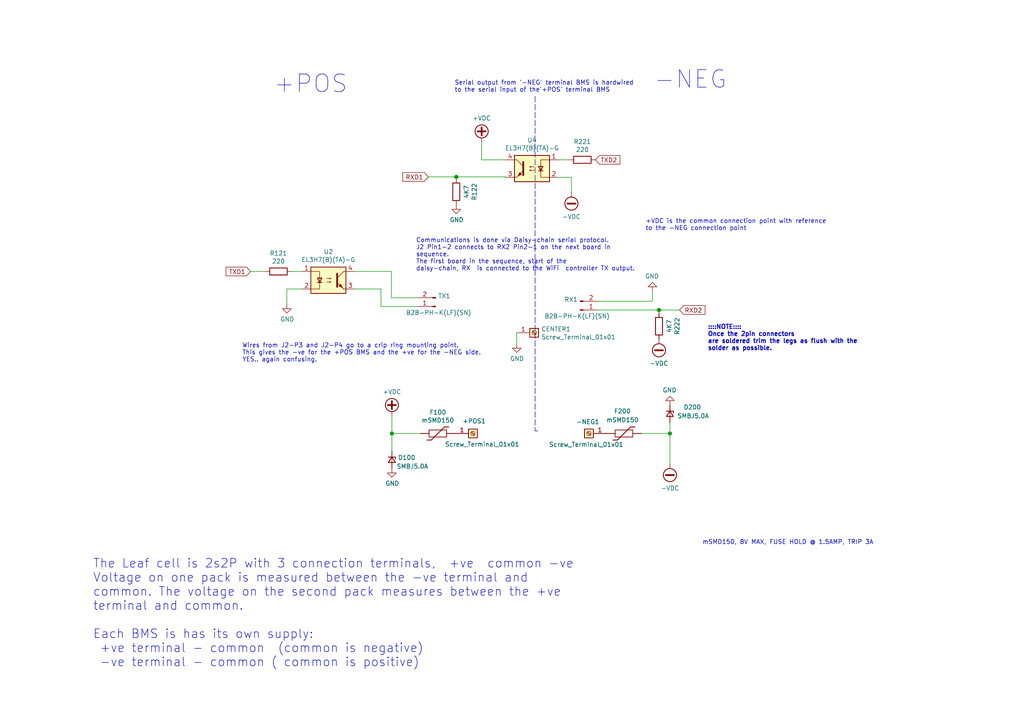
<source format=kicad_sch>
(kicad_sch (version 20210126) (generator eeschema)

  (paper "A4")

  (title_block
    (title "diyBMSv4 - LEAF")
    (date "2021-03-10")
    (rev "2.01")
    (company "Joho Technology Inc")
  )

  (lib_symbols
    (symbol "Device:D_Zener_Small" (pin_numbers hide) (pin_names (offset 0.254) hide) (in_bom yes) (on_board yes)
      (property "Reference" "D" (id 0) (at 0 2.286 0)
        (effects (font (size 1.27 1.27)))
      )
      (property "Value" "D_Zener_Small" (id 1) (at 0 -2.286 0)
        (effects (font (size 1.27 1.27)))
      )
      (property "Footprint" "" (id 2) (at 0 0 90)
        (effects (font (size 1.27 1.27)) hide)
      )
      (property "Datasheet" "~" (id 3) (at 0 0 90)
        (effects (font (size 1.27 1.27)) hide)
      )
      (property "ki_keywords" "diode" (id 4) (at 0 0 0)
        (effects (font (size 1.27 1.27)) hide)
      )
      (property "ki_description" "Zener diode, small symbol" (id 5) (at 0 0 0)
        (effects (font (size 1.27 1.27)) hide)
      )
      (property "ki_fp_filters" "TO-???* *_Diode_* *SingleDiode* D_*" (id 6) (at 0 0 0)
        (effects (font (size 1.27 1.27)) hide)
      )
      (symbol "D_Zener_Small_0_1"
        (polyline
          (pts
            (xy 0.762 0)
            (xy -0.762 0)
          )
          (stroke (width 0)) (fill (type none))
        )
        (polyline
          (pts
            (xy -0.254 1.016)
            (xy -0.762 1.016)
            (xy -0.762 -1.016)
          )
          (stroke (width 0.254)) (fill (type none))
        )
        (polyline
          (pts
            (xy 0.762 1.016)
            (xy -0.762 0)
            (xy 0.762 -1.016)
            (xy 0.762 1.016)
          )
          (stroke (width 0.254)) (fill (type none))
        )
      )
      (symbol "D_Zener_Small_1_1"
        (pin passive line (at -2.54 0 0) (length 1.778)
          (name "K" (effects (font (size 1.27 1.27))))
          (number "1" (effects (font (size 1.27 1.27))))
        )
        (pin passive line (at 2.54 0 180) (length 1.778)
          (name "A" (effects (font (size 1.27 1.27))))
          (number "2" (effects (font (size 1.27 1.27))))
        )
      )
    )
    (symbol "Device:Thermistor" (pin_numbers hide) (pin_names (offset 0)) (in_bom yes) (on_board yes)
      (property "Reference" "TH" (id 0) (at 2.54 1.27 90)
        (effects (font (size 1.27 1.27)))
      )
      (property "Value" "Thermistor" (id 1) (at -2.54 0 90)
        (effects (font (size 1.27 1.27)) (justify bottom))
      )
      (property "Footprint" "" (id 2) (at 0 0 0)
        (effects (font (size 1.27 1.27)) hide)
      )
      (property "Datasheet" "~" (id 3) (at 0 0 0)
        (effects (font (size 1.27 1.27)) hide)
      )
      (property "ki_keywords" "R res thermistor" (id 4) (at 0 0 0)
        (effects (font (size 1.27 1.27)) hide)
      )
      (property "ki_description" "Temperature dependent resistor" (id 5) (at 0 0 0)
        (effects (font (size 1.27 1.27)) hide)
      )
      (property "ki_fp_filters" "R_*" (id 6) (at 0 0 0)
        (effects (font (size 1.27 1.27)) hide)
      )
      (symbol "Thermistor_0_1"
        (rectangle (start -1.016 2.54) (end 1.016 -2.54)
          (stroke (width 0.2032)) (fill (type none))
        )
        (polyline
          (pts
            (xy -1.905 3.175)
            (xy -1.905 1.905)
            (xy 1.905 -1.905)
            (xy 1.905 -3.175)
            (xy 1.905 -3.175)
          )
          (stroke (width 0.254)) (fill (type none))
        )
      )
      (symbol "Thermistor_1_1"
        (pin passive line (at 0 5.08 270) (length 2.54)
          (name "~" (effects (font (size 1.27 1.27))))
          (number "1" (effects (font (size 1.27 1.27))))
        )
        (pin passive line (at 0 -5.08 90) (length 2.54)
          (name "~" (effects (font (size 1.27 1.27))))
          (number "2" (effects (font (size 1.27 1.27))))
        )
      )
    )
    (symbol "diyBMS-Leaf-rescue:Conn_01x02_Male-Connector" (pin_names (offset 1.016) hide) (in_bom yes) (on_board yes)
      (property "Reference" "J" (id 0) (at 0 2.54 0)
        (effects (font (size 1.27 1.27)))
      )
      (property "Value" "Conn_01x02_Male-Connector" (id 1) (at 0 -5.08 0)
        (effects (font (size 1.27 1.27)))
      )
      (property "Footprint" "" (id 2) (at 0 0 0)
        (effects (font (size 1.27 1.27)) hide)
      )
      (property "Datasheet" "" (id 3) (at 0 0 0)
        (effects (font (size 1.27 1.27)) hide)
      )
      (property "ki_fp_filters" "Connector*:*_1x??_*" (id 4) (at 0 0 0)
        (effects (font (size 1.27 1.27)) hide)
      )
      (symbol "Conn_01x02_Male-Connector_1_1"
        (rectangle (start 0.8636 -2.413) (end 0 -2.667)
          (stroke (width 0.1524)) (fill (type outline))
        )
        (rectangle (start 0.8636 0.127) (end 0 -0.127)
          (stroke (width 0.1524)) (fill (type outline))
        )
        (polyline
          (pts
            (xy 1.27 -2.54)
            (xy 0.8636 -2.54)
          )
          (stroke (width 0.1524)) (fill (type none))
        )
        (polyline
          (pts
            (xy 1.27 0)
            (xy 0.8636 0)
          )
          (stroke (width 0.1524)) (fill (type none))
        )
        (pin passive line (at 5.08 0 180) (length 3.81)
          (name "Pin_1" (effects (font (size 1.27 1.27))))
          (number "1" (effects (font (size 1.27 1.27))))
        )
        (pin passive line (at 5.08 -2.54 180) (length 3.81)
          (name "Pin_2" (effects (font (size 1.27 1.27))))
          (number "2" (effects (font (size 1.27 1.27))))
        )
      )
    )
    (symbol "diyBMS-Leaf-rescue:PC817-Isolator" (pin_names (offset 1.016)) (in_bom yes) (on_board yes)
      (property "Reference" "U" (id 0) (at -5.08 5.08 0)
        (effects (font (size 1.27 1.27)) (justify left))
      )
      (property "Value" "PC817-Isolator" (id 1) (at 0 5.08 0)
        (effects (font (size 1.27 1.27)) (justify left))
      )
      (property "Footprint" "Package_DIP:DIP-4_W7.62mm" (id 2) (at -5.08 -5.08 0)
        (effects (font (size 1.27 1.27) italic) (justify left) hide)
      )
      (property "Datasheet" "" (id 3) (at 0 0 0)
        (effects (font (size 1.27 1.27)) (justify left) hide)
      )
      (property "ki_fp_filters" "DIP*W7.62mm*" (id 4) (at 0 0 0)
        (effects (font (size 1.27 1.27)) hide)
      )
      (symbol "PC817-Isolator_0_1"
        (rectangle (start -5.08 3.81) (end 5.08 -3.81)
          (stroke (width 0.254)) (fill (type background))
        )
        (polyline
          (pts
            (xy -3.175 -0.635)
            (xy -1.905 -0.635)
          )
          (stroke (width 0.254)) (fill (type none))
        )
        (polyline
          (pts
            (xy 2.54 0.635)
            (xy 4.445 2.54)
          )
          (stroke (width 0)) (fill (type none))
        )
        (polyline
          (pts
            (xy 4.445 -2.54)
            (xy 5.08 -2.54)
          )
          (stroke (width 0)) (fill (type none))
        )
        (polyline
          (pts
            (xy 4.445 2.54)
            (xy 5.08 2.54)
          )
          (stroke (width 0)) (fill (type none))
        )
        (polyline
          (pts
            (xy -5.08 2.54)
            (xy -2.54 2.54)
            (xy -2.54 -0.635)
          )
          (stroke (width 0)) (fill (type none))
        )
        (polyline
          (pts
            (xy -2.54 -0.635)
            (xy -2.54 -2.54)
            (xy -5.08 -2.54)
          )
          (stroke (width 0)) (fill (type none))
        )
        (polyline
          (pts
            (xy 2.54 1.905)
            (xy 2.54 -1.905)
            (xy 2.54 -1.905)
          )
          (stroke (width 0.508)) (fill (type none))
        )
        (polyline
          (pts
            (xy -2.54 -0.635)
            (xy -3.175 0.635)
            (xy -1.905 0.635)
            (xy -2.54 -0.635)
          )
          (stroke (width 0.254)) (fill (type none))
        )
        (polyline
          (pts
            (xy -0.508 -0.508)
            (xy 0.762 -0.508)
            (xy 0.381 -0.635)
            (xy 0.381 -0.381)
            (xy 0.762 -0.508)
          )
          (stroke (width 0)) (fill (type none))
        )
        (polyline
          (pts
            (xy -0.508 0.508)
            (xy 0.762 0.508)
            (xy 0.381 0.381)
            (xy 0.381 0.635)
            (xy 0.762 0.508)
          )
          (stroke (width 0)) (fill (type none))
        )
        (polyline
          (pts
            (xy 4.445 -2.54)
            (xy 2.54 -0.635)
          )
          (stroke (width 0)) (fill (type outline))
        )
        (polyline
          (pts
            (xy 3.048 -1.651)
            (xy 3.556 -1.143)
            (xy 4.064 -2.159)
            (xy 3.048 -1.651)
            (xy 3.048 -1.651)
          )
          (stroke (width 0)) (fill (type outline))
        )
      )
      (symbol "PC817-Isolator_1_1"
        (pin passive line (at -7.62 2.54 0) (length 2.54)
          (name "~" (effects (font (size 1.27 1.27))))
          (number "1" (effects (font (size 1.27 1.27))))
        )
        (pin passive line (at -7.62 -2.54 0) (length 2.54)
          (name "~" (effects (font (size 1.27 1.27))))
          (number "2" (effects (font (size 1.27 1.27))))
        )
        (pin passive line (at 7.62 -2.54 180) (length 2.54)
          (name "~" (effects (font (size 1.27 1.27))))
          (number "3" (effects (font (size 1.27 1.27))))
        )
        (pin passive line (at 7.62 2.54 180) (length 2.54)
          (name "~" (effects (font (size 1.27 1.27))))
          (number "4" (effects (font (size 1.27 1.27))))
        )
      )
    )
    (symbol "diyBMS-Leaf-rescue:R-Device" (pin_numbers hide) (pin_names (offset 0)) (in_bom yes) (on_board yes)
      (property "Reference" "R" (id 0) (at 2.032 0 90)
        (effects (font (size 1.27 1.27)))
      )
      (property "Value" "R-Device" (id 1) (at 0 0 90)
        (effects (font (size 1.27 1.27)))
      )
      (property "Footprint" "" (id 2) (at -1.778 0 90)
        (effects (font (size 1.27 1.27)) hide)
      )
      (property "Datasheet" "" (id 3) (at 0 0 0)
        (effects (font (size 1.27 1.27)) hide)
      )
      (property "ki_fp_filters" "R_*" (id 4) (at 0 0 0)
        (effects (font (size 1.27 1.27)) hide)
      )
      (symbol "R-Device_0_1"
        (rectangle (start -1.016 -2.54) (end 1.016 2.54)
          (stroke (width 0.254)) (fill (type none))
        )
      )
      (symbol "R-Device_1_1"
        (pin passive line (at 0 3.81 270) (length 1.27)
          (name "~" (effects (font (size 1.27 1.27))))
          (number "1" (effects (font (size 1.27 1.27))))
        )
        (pin passive line (at 0 -3.81 90) (length 1.27)
          (name "~" (effects (font (size 1.27 1.27))))
          (number "2" (effects (font (size 1.27 1.27))))
        )
      )
    )
    (symbol "diyBMS-Leaf-rescue:Screw_Terminal_01x01-Connector" (pin_names (offset 1.016) hide) (in_bom yes) (on_board yes)
      (property "Reference" "J" (id 0) (at 0 2.54 0)
        (effects (font (size 1.27 1.27)))
      )
      (property "Value" "Screw_Terminal_01x01-Connector" (id 1) (at 0 -2.54 0)
        (effects (font (size 1.27 1.27)))
      )
      (property "Footprint" "" (id 2) (at 0 0 0)
        (effects (font (size 1.27 1.27)) hide)
      )
      (property "Datasheet" "" (id 3) (at 0 0 0)
        (effects (font (size 1.27 1.27)) hide)
      )
      (property "ki_fp_filters" "TerminalBlock*:*" (id 4) (at 0 0 0)
        (effects (font (size 1.27 1.27)) hide)
      )
      (symbol "Screw_Terminal_01x01-Connector_1_1"
        (circle (center 0 0) (radius 0.635) (stroke (width 0.1524)) (fill (type none)))
        (rectangle (start -1.27 1.27) (end 1.27 -1.27)
          (stroke (width 0.254)) (fill (type background))
        )
        (polyline
          (pts
            (xy -0.5334 0.3302)
            (xy 0.3302 -0.508)
          )
          (stroke (width 0.1524)) (fill (type none))
        )
        (polyline
          (pts
            (xy -0.3556 0.508)
            (xy 0.508 -0.3302)
          )
          (stroke (width 0.1524)) (fill (type none))
        )
        (pin passive line (at -5.08 0 0) (length 3.81)
          (name "Pin_1" (effects (font (size 1.27 1.27))))
          (number "1" (effects (font (size 1.27 1.27))))
        )
      )
    )
    (symbol "power:+VDC" (power) (pin_names (offset 0)) (in_bom yes) (on_board yes)
      (property "Reference" "#PWR" (id 0) (at 0 -2.54 0)
        (effects (font (size 1.27 1.27)) hide)
      )
      (property "Value" "+VDC" (id 1) (at 0 6.35 0)
        (effects (font (size 1.27 1.27)))
      )
      (property "Footprint" "" (id 2) (at 0 0 0)
        (effects (font (size 1.27 1.27)) hide)
      )
      (property "Datasheet" "" (id 3) (at 0 0 0)
        (effects (font (size 1.27 1.27)) hide)
      )
      (property "ki_keywords" "power-flag" (id 4) (at 0 0 0)
        (effects (font (size 1.27 1.27)) hide)
      )
      (property "ki_description" "Power symbol creates a global label with name \"+VDC\"" (id 5) (at 0 0 0)
        (effects (font (size 1.27 1.27)) hide)
      )
      (symbol "+VDC_0_1"
        (circle (center 0 3.175) (radius 1.905) (stroke (width 0.254)) (fill (type none)))
        (polyline
          (pts
            (xy -1.143 3.175)
            (xy 1.143 3.175)
          )
          (stroke (width 0.508)) (fill (type none))
        )
        (polyline
          (pts
            (xy 0 0)
            (xy 0 1.27)
          )
          (stroke (width 0)) (fill (type none))
        )
        (polyline
          (pts
            (xy 0 2.032)
            (xy 0 4.318)
          )
          (stroke (width 0.508)) (fill (type none))
        )
      )
      (symbol "+VDC_1_1"
        (pin power_in line (at 0 0 90) (length 0) hide
          (name "+VDC" (effects (font (size 1.27 1.27))))
          (number "1" (effects (font (size 1.27 1.27))))
        )
      )
    )
    (symbol "power:-VDC" (power) (pin_names (offset 0)) (in_bom yes) (on_board yes)
      (property "Reference" "#PWR" (id 0) (at 0 -2.54 0)
        (effects (font (size 1.27 1.27)) hide)
      )
      (property "Value" "-VDC" (id 1) (at 0 6.35 0)
        (effects (font (size 1.27 1.27)))
      )
      (property "Footprint" "" (id 2) (at 0 0 0)
        (effects (font (size 1.27 1.27)) hide)
      )
      (property "Datasheet" "" (id 3) (at 0 0 0)
        (effects (font (size 1.27 1.27)) hide)
      )
      (property "ki_keywords" "power-flag" (id 4) (at 0 0 0)
        (effects (font (size 1.27 1.27)) hide)
      )
      (property "ki_description" "Power symbol creates a global label with name \"-VDC\"" (id 5) (at 0 0 0)
        (effects (font (size 1.27 1.27)) hide)
      )
      (symbol "-VDC_0_1"
        (circle (center 0 3.175) (radius 1.905) (stroke (width 0.254)) (fill (type none)))
        (polyline
          (pts
            (xy -1.143 3.175)
            (xy 1.143 3.175)
          )
          (stroke (width 0.508)) (fill (type none))
        )
        (polyline
          (pts
            (xy 0 0)
            (xy 0 1.27)
          )
          (stroke (width 0)) (fill (type none))
        )
      )
      (symbol "-VDC_1_1"
        (pin power_in line (at 0 0 90) (length 0) hide
          (name "-VDC" (effects (font (size 1.27 1.27))))
          (number "1" (effects (font (size 1.27 1.27))))
        )
      )
    )
    (symbol "power:GND" (power) (pin_names (offset 0)) (in_bom yes) (on_board yes)
      (property "Reference" "#PWR" (id 0) (at 0 -6.35 0)
        (effects (font (size 1.27 1.27)) hide)
      )
      (property "Value" "GND" (id 1) (at 0 -3.81 0)
        (effects (font (size 1.27 1.27)))
      )
      (property "Footprint" "" (id 2) (at 0 0 0)
        (effects (font (size 1.27 1.27)) hide)
      )
      (property "Datasheet" "" (id 3) (at 0 0 0)
        (effects (font (size 1.27 1.27)) hide)
      )
      (property "ki_keywords" "power-flag" (id 4) (at 0 0 0)
        (effects (font (size 1.27 1.27)) hide)
      )
      (property "ki_description" "Power symbol creates a global label with name \"GND\" , ground" (id 5) (at 0 0 0)
        (effects (font (size 1.27 1.27)) hide)
      )
      (symbol "GND_0_1"
        (polyline
          (pts
            (xy 0 0)
            (xy 0 -1.27)
            (xy 1.27 -1.27)
            (xy 0 -2.54)
            (xy -1.27 -1.27)
            (xy 0 -1.27)
          )
          (stroke (width 0)) (fill (type none))
        )
      )
      (symbol "GND_1_1"
        (pin power_in line (at 0 0 270) (length 0) hide
          (name "GND" (effects (font (size 1.27 1.27))))
          (number "1" (effects (font (size 1.27 1.27))))
        )
      )
    )
  )

  (junction (at 113.665 125.73) (diameter 1.016) (color 0 0 0 0))
  (junction (at 132.334 51.308) (diameter 1.016) (color 0 0 0 0))
  (junction (at 191.135 89.916) (diameter 1.016) (color 0 0 0 0))
  (junction (at 194.31 125.73) (diameter 1.016) (color 0 0 0 0))

  (wire (pts (xy 76.962 78.74) (xy 72.644 78.74))
    (stroke (width 0) (type solid) (color 0 0 0 0))
    (uuid cb1629e8-e04a-4dab-b198-93d874b84f85)
  )
  (wire (pts (xy 83.185 83.82) (xy 87.63 83.82))
    (stroke (width 0) (type solid) (color 0 0 0 0))
    (uuid 77587cd8-6c2e-4dfb-bdb1-a62bdd1d1ed8)
  )
  (wire (pts (xy 83.185 88.265) (xy 83.185 83.82))
    (stroke (width 0) (type solid) (color 0 0 0 0))
    (uuid f9b117bf-5bc5-4d31-9794-0a43b75c6b9c)
  )
  (wire (pts (xy 84.582 78.74) (xy 87.63 78.74))
    (stroke (width 0) (type solid) (color 0 0 0 0))
    (uuid 0e7190fc-461a-45eb-b9db-2fe258729bd2)
  )
  (wire (pts (xy 102.87 78.74) (xy 113.538 78.74))
    (stroke (width 0) (type solid) (color 0 0 0 0))
    (uuid 7ede848d-25a2-45da-bb1d-dbd9f64982fa)
  )
  (wire (pts (xy 102.87 83.82) (xy 110.49 83.82))
    (stroke (width 0) (type solid) (color 0 0 0 0))
    (uuid 31819b65-f694-4f05-bb6c-6b6ebf1182c6)
  )
  (wire (pts (xy 110.49 88.9) (xy 110.49 83.82))
    (stroke (width 0) (type solid) (color 0 0 0 0))
    (uuid e7def2d6-a25c-4f0f-aef1-7c1ec76055d2)
  )
  (wire (pts (xy 110.49 88.9) (xy 121.285 88.9))
    (stroke (width 0) (type solid) (color 0 0 0 0))
    (uuid 2087ec5a-2f4f-4549-8f53-04bf7a34569d)
  )
  (wire (pts (xy 113.538 78.74) (xy 113.538 86.36))
    (stroke (width 0) (type solid) (color 0 0 0 0))
    (uuid 13038ced-bdaa-4db3-8888-f3bd7fe10f35)
  )
  (wire (pts (xy 113.538 86.36) (xy 121.285 86.36))
    (stroke (width 0) (type solid) (color 0 0 0 0))
    (uuid 38660e32-4ef2-4a74-b369-cc1f078f68b6)
  )
  (wire (pts (xy 113.665 120.65) (xy 113.665 125.73))
    (stroke (width 0) (type solid) (color 0 0 0 0))
    (uuid 22e10d0f-eade-4b6b-82e3-a3f78ea7bd95)
  )
  (wire (pts (xy 113.665 125.73) (xy 113.665 130.81))
    (stroke (width 0) (type solid) (color 0 0 0 0))
    (uuid 3593eeed-1c40-4048-a61f-2979366bf0f6)
  )
  (wire (pts (xy 121.92 125.73) (xy 113.665 125.73))
    (stroke (width 0) (type solid) (color 0 0 0 0))
    (uuid 832dd263-4ea2-4380-a19d-05cd10d380d5)
  )
  (wire (pts (xy 124.206 51.308) (xy 132.334 51.308))
    (stroke (width 0) (type solid) (color 0 0 0 0))
    (uuid 950264f2-67a2-411c-a611-e22f92af4409)
  )
  (wire (pts (xy 132.334 51.308) (xy 146.685 51.308))
    (stroke (width 0) (type solid) (color 0 0 0 0))
    (uuid 404bf9f4-7bf4-471f-89ea-0b355b395a2f)
  )
  (wire (pts (xy 132.334 51.816) (xy 132.334 51.308))
    (stroke (width 0) (type solid) (color 0 0 0 0))
    (uuid b2887630-7974-4177-8a03-705d7a103ab1)
  )
  (wire (pts (xy 139.7 41.275) (xy 139.7 46.355))
    (stroke (width 0) (type solid) (color 0 0 0 0))
    (uuid c609c07f-be2a-4da6-a4ee-b71bdf5a445c)
  )
  (wire (pts (xy 139.7 46.355) (xy 146.685 46.355))
    (stroke (width 0) (type solid) (color 0 0 0 0))
    (uuid c609c07f-be2a-4da6-a4ee-b71bdf5a445c)
  )
  (wire (pts (xy 146.685 51.308) (xy 146.685 51.435))
    (stroke (width 0) (type solid) (color 0 0 0 0))
    (uuid 404bf9f4-7bf4-471f-89ea-0b355b395a2f)
  )
  (wire (pts (xy 149.86 96.52) (xy 149.86 99.695))
    (stroke (width 0) (type solid) (color 0 0 0 0))
    (uuid 47e4898e-490a-443a-907a-48d0b5ba770f)
  )
  (wire (pts (xy 161.925 46.355) (xy 165.1 46.355))
    (stroke (width 0) (type solid) (color 0 0 0 0))
    (uuid 8a5a5c4f-335c-42a4-af5d-994f660a20e1)
  )
  (wire (pts (xy 161.925 51.435) (xy 165.735 51.435))
    (stroke (width 0) (type solid) (color 0 0 0 0))
    (uuid 44a5682d-80be-4785-bf13-fb92f1cdf991)
  )
  (wire (pts (xy 165.735 51.435) (xy 165.735 55.88))
    (stroke (width 0) (type solid) (color 0 0 0 0))
    (uuid 44a5682d-80be-4785-bf13-fb92f1cdf991)
  )
  (wire (pts (xy 173.355 87.376) (xy 189.23 87.376))
    (stroke (width 0) (type solid) (color 0 0 0 0))
    (uuid 45ed2617-6918-443b-ab72-f877e810b54f)
  )
  (wire (pts (xy 173.355 89.916) (xy 191.135 89.916))
    (stroke (width 0) (type solid) (color 0 0 0 0))
    (uuid 539c40ae-9e99-4c2c-8388-1a4241ae121f)
  )
  (wire (pts (xy 186.055 125.73) (xy 194.31 125.73))
    (stroke (width 0) (type solid) (color 0 0 0 0))
    (uuid 8cb91776-9e60-41a3-aa5b-effdf78e5dea)
  )
  (wire (pts (xy 189.23 84.455) (xy 189.23 87.376))
    (stroke (width 0) (type solid) (color 0 0 0 0))
    (uuid 48b1772e-d7a7-4273-b1ff-576e59cae3f8)
  )
  (wire (pts (xy 191.135 89.916) (xy 191.135 90.805))
    (stroke (width 0) (type solid) (color 0 0 0 0))
    (uuid 16e12376-dcac-4c0d-aab7-ac605835557b)
  )
  (wire (pts (xy 191.135 89.916) (xy 197.104 89.916))
    (stroke (width 0) (type solid) (color 0 0 0 0))
    (uuid 539c40ae-9e99-4c2c-8388-1a4241ae121f)
  )
  (wire (pts (xy 194.31 122.555) (xy 194.31 125.73))
    (stroke (width 0) (type solid) (color 0 0 0 0))
    (uuid 143ca0cf-1302-4a05-ba67-373b2f7a4dd4)
  )
  (wire (pts (xy 194.31 125.73) (xy 194.31 134.62))
    (stroke (width 0) (type solid) (color 0 0 0 0))
    (uuid 71540311-6eef-4740-b237-a343dabcc052)
  )
  (polyline (pts (xy 155.194 27.94) (xy 155.194 124.968))
    (stroke (width 0) (type dash) (color 0 0 0 0))
    (uuid 3823224a-abf3-484a-aea0-fa4360595fd9)
  )
  (polyline (pts (xy 155.194 124.968) (xy 155.956 124.968))
    (stroke (width 0) (type dash) (color 0 0 0 0))
    (uuid 5bfdb6cc-dcd8-403f-895a-5bc04ccd894d)
  )

  (text "The Leaf cell is 2s2P with 3 connection terminals,  +ve  common -ve\nVoltage on one pack is measured between the -ve terminal and\ncommon. The voltage on the second pack measures between the +ve\nterminal and common.\n\nEach BMS is has its own supply:\n +ve terminal - common  (common is negative)\n -ve terminal - common ( common is positive)"
    (at 26.924 193.675 0)
    (effects (font (size 2.54 2.54)) (justify left bottom))
    (uuid 03ee2195-d495-4fcf-bf2c-61d70c603b4e)
  )
  (text "Wires from J2-P3 and J2-P4 go to a crip ring mounting point.\nThis gives the -ve for the +POS BMS and the +ve for the -NEG side.\nYES.. again confusing."
    (at 70.231 105.156 0)
    (effects (font (size 1.27 1.27)) (justify left bottom))
    (uuid d4027b55-a2cb-4bad-8cd7-411e9cf7f0d1)
  )
  (text "+POS" (at 79.248 27.432 0)
    (effects (font (size 5.08 5.08)) (justify left bottom))
    (uuid e265bcf5-a81c-47d7-acd6-1000c6a65e6a)
  )
  (text "Communications is done via Daisy-chain serial protocol.\nJ2 Pin1-2 connects to RX2 Pin2-1 on the next board in\nsequence.\nThe first board in the sequence, start of the\ndaisy-chain, RX  is connected to the WiFi  controller TX output."
    (at 120.65 78.74 0)
    (effects (font (size 1.27 1.27)) (justify left bottom))
    (uuid 7b3672e7-fe28-4493-8e63-9af8bc943133)
  )
  (text "Serial output from '-NEG' terminal BMS is hardwired\nto the serial input of the'+POS' terminal BMS"
    (at 131.826 26.924 0)
    (effects (font (size 1.27 1.27)) (justify left bottom))
    (uuid fe2f8bbe-be3d-41ae-bc25-0cce854e0204)
  )
  (text "+VDC is the common connection point with reference\nto the -NEG connection point"
    (at 187.198 67.056 0)
    (effects (font (size 1.27 1.27)) (justify left bottom))
    (uuid 4fa87b30-f54e-474b-a4b2-7a4b8beb5e83)
  )
  (text "-NEG" (at 189.484 26.162 0)
    (effects (font (size 5.08 5.08)) (justify left bottom))
    (uuid bf8aa107-b1de-49a9-b668-2d6bb561d052)
  )
  (text "::::NOTE::::\nOnce the 2pin connectors\nare soldered trim the legs as flush with the\nsolder as possible."
    (at 205.232 101.854 0)
    (effects (font (size 1.27 1.27) (thickness 0.254) bold) (justify left bottom))
    (uuid 211a4c84-969e-4480-81a5-9b40b6f3bad0)
  )
  (text "mSMD150, 8V MAX, FUSE HOLD @ 1.5AMP, TRIP 3A" (at 253.365 158.115 180)
    (effects (font (size 1.27 1.27)) (justify right bottom))
    (uuid 559abd34-abfd-484a-9664-12a318d1e578)
  )

  (global_label "TXD1" (shape input) (at 72.644 78.74 180)
    (effects (font (size 1.27 1.27)) (justify right))
    (uuid 72f84156-5335-476c-bb05-33e32a312295)
    (property "Intersheet References" "${INTERSHEET_REFS}" (id 0) (at 64.0502 78.6606 0)
      (effects (font (size 1.27 1.27)) (justify right) hide)
    )
  )
  (global_label "RXD1" (shape input) (at 124.206 51.308 180)
    (effects (font (size 1.27 1.27)) (justify right))
    (uuid 6e640192-4191-4941-af70-099588c93fea)
    (property "Intersheet References" "${INTERSHEET_REFS}" (id 0) (at 115.3099 51.2286 0)
      (effects (font (size 1.27 1.27)) (justify right) hide)
    )
  )
  (global_label "TXD2" (shape input) (at 172.72 46.355 0)
    (effects (font (size 1.27 1.27)) (justify left))
    (uuid 78ea6c0b-08a5-4c63-8432-e66ba5d6e622)
    (property "Intersheet References" "${INTERSHEET_REFS}" (id 0) (at 181.3138 46.2756 0)
      (effects (font (size 1.27 1.27)) (justify left) hide)
    )
  )
  (global_label "RXD2" (shape input) (at 197.104 89.916 0)
    (effects (font (size 1.27 1.27)) (justify left))
    (uuid c67a069b-ba6e-40c1-bc3c-4bd5ec5f6459)
    (property "Intersheet References" "${INTERSHEET_REFS}" (id 0) (at 206.0001 89.8366 0)
      (effects (font (size 1.27 1.27)) (justify left) hide)
    )
  )

  (symbol (lib_id "power:GND") (at 83.185 88.265 0) (unit 1)
    (in_bom yes) (on_board yes)
    (uuid 3d49db5b-1301-40cb-9276-64290d174d40)
    (property "Reference" "#PWR0127" (id 0) (at 83.185 94.615 0)
      (effects (font (size 1.27 1.27)) hide)
    )
    (property "Value" "GND" (id 1) (at 83.2993 92.5894 0))
    (property "Footprint" "" (id 2) (at 83.185 88.265 0)
      (effects (font (size 1.27 1.27)) hide)
    )
    (property "Datasheet" "" (id 3) (at 83.185 88.265 0)
      (effects (font (size 1.27 1.27)) hide)
    )
    (pin "1" (uuid 6e42166f-cd61-4729-b2a5-544b1619397c))
  )

  (symbol (lib_id "power:GND") (at 113.665 135.89 0) (unit 1)
    (in_bom yes) (on_board yes)
    (uuid 91e6b4c7-2fcd-44cf-a7a8-47dc168dfff9)
    (property "Reference" "#PWR0138" (id 0) (at 113.665 142.24 0)
      (effects (font (size 1.27 1.27)) hide)
    )
    (property "Value" "GND" (id 1) (at 113.7793 140.2144 0))
    (property "Footprint" "" (id 2) (at 113.665 135.89 0)
      (effects (font (size 1.27 1.27)) hide)
    )
    (property "Datasheet" "" (id 3) (at 113.665 135.89 0)
      (effects (font (size 1.27 1.27)) hide)
    )
    (pin "1" (uuid ba2456cd-ca68-455a-97a8-cbcd6be61362))
  )

  (symbol (lib_id "power:GND") (at 132.334 59.436 0) (unit 1)
    (in_bom yes) (on_board yes)
    (uuid 384ebe00-f52c-4742-8f61-e1d77f752108)
    (property "Reference" "#PWR0128" (id 0) (at 132.334 65.786 0)
      (effects (font (size 1.27 1.27)) hide)
    )
    (property "Value" "GND" (id 1) (at 132.4483 63.7604 0))
    (property "Footprint" "" (id 2) (at 132.334 59.436 0)
      (effects (font (size 1.27 1.27)) hide)
    )
    (property "Datasheet" "" (id 3) (at 132.334 59.436 0)
      (effects (font (size 1.27 1.27)) hide)
    )
    (pin "1" (uuid 10c7c908-6b04-4b07-9d0d-85d46c852460))
  )

  (symbol (lib_id "power:GND") (at 149.86 99.695 0) (unit 1)
    (in_bom yes) (on_board yes)
    (uuid 31a2d148-8762-4e6f-afd2-e00c8dec8c61)
    (property "Reference" "#PWR0124" (id 0) (at 149.86 106.045 0)
      (effects (font (size 1.27 1.27)) hide)
    )
    (property "Value" "GND" (id 1) (at 149.9743 104.0194 0))
    (property "Footprint" "" (id 2) (at 149.86 99.695 0)
      (effects (font (size 1.27 1.27)) hide)
    )
    (property "Datasheet" "" (id 3) (at 149.86 99.695 0)
      (effects (font (size 1.27 1.27)) hide)
    )
    (pin "1" (uuid ba2456cd-ca68-455a-97a8-cbcd6be61362))
  )

  (symbol (lib_id "power:GND") (at 189.23 84.455 180) (unit 1)
    (in_bom yes) (on_board yes)
    (uuid f4404abf-57b5-420d-a52f-40c4dbb1d536)
    (property "Reference" "#PWR0123" (id 0) (at 189.23 78.105 0)
      (effects (font (size 1.27 1.27)) hide)
    )
    (property "Value" "GND" (id 1) (at 189.1157 80.1306 0))
    (property "Footprint" "" (id 2) (at 189.23 84.455 0)
      (effects (font (size 1.27 1.27)) hide)
    )
    (property "Datasheet" "" (id 3) (at 189.23 84.455 0)
      (effects (font (size 1.27 1.27)) hide)
    )
    (pin "1" (uuid c0ed60b9-acee-401d-b156-5f2805d56be1))
  )

  (symbol (lib_id "power:GND") (at 194.31 117.475 180) (unit 1)
    (in_bom yes) (on_board yes)
    (uuid d84f9ec2-2cbe-47fc-8532-88e31f02c733)
    (property "Reference" "#PWR0139" (id 0) (at 194.31 111.125 0)
      (effects (font (size 1.27 1.27)) hide)
    )
    (property "Value" "GND" (id 1) (at 194.1957 113.1506 0))
    (property "Footprint" "" (id 2) (at 194.31 117.475 0)
      (effects (font (size 1.27 1.27)) hide)
    )
    (property "Datasheet" "" (id 3) (at 194.31 117.475 0)
      (effects (font (size 1.27 1.27)) hide)
    )
    (pin "1" (uuid c0ed60b9-acee-401d-b156-5f2805d56be1))
  )

  (symbol (lib_id "Device:D_Zener_Small") (at 113.665 133.35 270) (unit 1)
    (in_bom yes) (on_board yes)
    (uuid 5c2fa3f3-15f6-4b2e-bfff-48cb6c69a4bf)
    (property "Reference" "D100" (id 0) (at 117.964 132.715 90))
    (property "Value" "SMBJ5.0A" (id 1) (at 119.6275 135.255 90))
    (property "Footprint" "Diode_SMD:D_SMB" (id 2) (at 113.665 133.35 90)
      (effects (font (size 1.27 1.27)) hide)
    )
    (property "Datasheet" "https://datasheet.lcsc.com/szlcsc/1912111437_AnBon-SMBJ5-0A_C440263.pdf" (id 3) (at 113.665 133.35 90)
      (effects (font (size 1.27 1.27)) hide)
    )
    (property "LCSCStockCode" "C440263" (id 4) (at 113.665 133.35 0)
      (effects (font (size 1.27 1.27)) hide)
    )
    (property "JLCPCBRotation" "" (id 5) (at 113.665 133.35 0)
      (effects (font (size 1.27 1.27)) hide)
    )
    (pin "1" (uuid 3a7553d8-a3dc-48d7-a73e-29aa4a9bb939))
    (pin "2" (uuid 03c94ea3-fa0f-44b5-8a72-ab657c19fac4))
  )

  (symbol (lib_id "Device:D_Zener_Small") (at 194.31 120.015 270) (unit 1)
    (in_bom yes) (on_board yes)
    (uuid 68ed3078-015c-415c-a828-ff3d1bfc2444)
    (property "Reference" "D200" (id 0) (at 200.806 118.11 90))
    (property "Value" "SMBJ5.0A" (id 1) (at 201.0475 120.65 90))
    (property "Footprint" "Diode_SMD:D_SMB" (id 2) (at 194.31 120.015 90)
      (effects (font (size 1.27 1.27)) hide)
    )
    (property "Datasheet" "https://datasheet.lcsc.com/szlcsc/1912111437_AnBon-SMBJ5-0A_C440263.pdf" (id 3) (at 194.31 120.015 90)
      (effects (font (size 1.27 1.27)) hide)
    )
    (property "LCSCStockCode" "C440263" (id 4) (at 194.31 120.015 0)
      (effects (font (size 1.27 1.27)) hide)
    )
    (property "JLCPCBRotation" "" (id 5) (at 194.31 120.015 0)
      (effects (font (size 1.27 1.27)) hide)
    )
    (pin "1" (uuid 3a7553d8-a3dc-48d7-a73e-29aa4a9bb939))
    (pin "2" (uuid 03c94ea3-fa0f-44b5-8a72-ab657c19fac4))
  )

  (symbol (lib_id "diyBMS-Leaf-rescue:R-Device") (at 80.772 78.74 270) (unit 1)
    (in_bom yes) (on_board yes)
    (uuid 00000000-0000-0000-0000-00005df39b25)
    (property "Reference" "R121" (id 0) (at 80.772 73.482 90))
    (property "Value" "220" (id 1) (at 80.772 75.7936 90))
    (property "Footprint" "Resistor_SMD:R_0805_2012Metric" (id 2) (at 80.772 76.962 90)
      (effects (font (size 1.27 1.27)) hide)
    )
    (property "Datasheet" "" (id 3) (at 80.772 78.74 0)
      (effects (font (size 1.27 1.27)) hide)
    )
    (property "LCSCStockCode" "0805W8F2200T5E" (id 4) (at 80.772 78.74 90)
      (effects (font (size 1.27 1.27)) hide)
    )
    (pin "1" (uuid 9e564a45-83c2-45bc-b963-3e447484e9bb))
    (pin "2" (uuid ca7dc7ac-af6c-4804-b753-da91efd4d21b))
  )

  (symbol (lib_id "diyBMS-Leaf-rescue:R-Device") (at 132.334 55.626 180) (unit 1)
    (in_bom yes) (on_board yes)
    (uuid 00000000-0000-0000-0000-00005df39b48)
    (property "Reference" "R122" (id 0) (at 137.592 55.626 90))
    (property "Value" "4K7" (id 1) (at 135.2804 55.626 90))
    (property "Footprint" "Resistor_SMD:R_0805_2012Metric" (id 2) (at 134.112 55.626 90)
      (effects (font (size 1.27 1.27)) hide)
    )
    (property "Datasheet" "" (id 3) (at 132.334 55.626 0)
      (effects (font (size 1.27 1.27)) hide)
    )
    (property "LCSCStockCode" "C441984" (id 4) (at 132.334 55.626 90)
      (effects (font (size 1.27 1.27)) hide)
    )
    (property "PartNumber" "ERJP06F4701V" (id 5) (at 132.334 55.626 90)
      (effects (font (size 1.27 1.27)) hide)
    )
    (property "JLCPCBRotation" "0" (id 6) (at 132.334 55.626 90)
      (effects (font (size 1.27 1.27)) hide)
    )
    (pin "1" (uuid ff7578fb-299e-4ea6-bcfd-502107e773c3))
    (pin "2" (uuid 0d7ecbee-6851-4360-969b-914866ae9303))
  )

  (symbol (lib_id "diyBMS-Leaf-rescue:R-Device") (at 168.91 46.355 270) (unit 1)
    (in_bom yes) (on_board yes)
    (uuid c6e1d66f-3a84-48f5-906d-dcb1111d9ee3)
    (property "Reference" "R221" (id 0) (at 168.91 41.097 90))
    (property "Value" "220" (id 1) (at 168.91 43.4086 90))
    (property "Footprint" "Resistor_SMD:R_0805_2012Metric" (id 2) (at 168.91 44.577 90)
      (effects (font (size 1.27 1.27)) hide)
    )
    (property "Datasheet" "" (id 3) (at 168.91 46.355 0)
      (effects (font (size 1.27 1.27)) hide)
    )
    (property "LCSCStockCode" "0805W8F2200T5E" (id 4) (at 168.91 46.355 90)
      (effects (font (size 1.27 1.27)) hide)
    )
    (pin "1" (uuid 9e564a45-83c2-45bc-b963-3e447484e9bb))
    (pin "2" (uuid ca7dc7ac-af6c-4804-b753-da91efd4d21b))
  )

  (symbol (lib_id "diyBMS-Leaf-rescue:R-Device") (at 191.135 94.615 180) (unit 1)
    (in_bom yes) (on_board yes)
    (uuid b524e844-dfc6-4707-a8cb-30fd75c5194b)
    (property "Reference" "R222" (id 0) (at 196.393 94.615 90))
    (property "Value" "4K7" (id 1) (at 194.0814 94.615 90))
    (property "Footprint" "Resistor_SMD:R_0805_2012Metric" (id 2) (at 192.913 94.615 90)
      (effects (font (size 1.27 1.27)) hide)
    )
    (property "Datasheet" "" (id 3) (at 191.135 94.615 0)
      (effects (font (size 1.27 1.27)) hide)
    )
    (property "LCSCStockCode" "C441984" (id 4) (at 191.135 94.615 90)
      (effects (font (size 1.27 1.27)) hide)
    )
    (property "PartNumber" "ERJP06F4701V" (id 5) (at 191.135 94.615 90)
      (effects (font (size 1.27 1.27)) hide)
    )
    (property "JLCPCBRotation" "0" (id 6) (at 191.135 94.615 90)
      (effects (font (size 1.27 1.27)) hide)
    )
    (pin "1" (uuid ff7578fb-299e-4ea6-bcfd-502107e773c3))
    (pin "2" (uuid 0d7ecbee-6851-4360-969b-914866ae9303))
  )

  (symbol (lib_id "diyBMS-Leaf-rescue:Screw_Terminal_01x01-Connector") (at 137.16 125.73 0) (unit 1)
    (in_bom no) (on_board yes)
    (uuid 00000000-0000-0000-0000-00005df39b6e)
    (property "Reference" "+POS1" (id 0) (at 134.112 122.1232 0)
      (effects (font (size 1.27 1.27)) (justify left))
    )
    (property "Value" "Screw_Terminal_01x01" (id 1) (at 129.032 128.8796 0)
      (effects (font (size 1.27 1.27)) (justify left))
    )
    (property "Footprint" "diyBMSv4-Leaf:MountingHole_6.5mm_Pad_Via" (id 2) (at 137.16 125.73 0)
      (effects (font (size 1.27 1.27)) hide)
    )
    (property "Datasheet" "~" (id 3) (at 137.16 125.73 0)
      (effects (font (size 1.27 1.27)) hide)
    )
    (pin "1" (uuid e5d74cd3-8bf3-44fa-86cb-840dc279efc3))
  )

  (symbol (lib_id "diyBMS-Leaf-rescue:Screw_Terminal_01x01-Connector") (at 154.94 96.52 0) (unit 1)
    (in_bom no) (on_board yes)
    (uuid 2c09f828-3a92-46c2-a468-6df726493ba9)
    (property "Reference" "CENTER1" (id 0) (at 156.972 95.453 0)
      (effects (font (size 1.27 1.27)) (justify left))
    )
    (property "Value" "Screw_Terminal_01x01" (id 1) (at 156.972 97.7646 0)
      (effects (font (size 1.27 1.27)) (justify left))
    )
    (property "Footprint" "diyBMSv4-Leaf:MountingHole_6.5mm_Pad_Via" (id 2) (at 154.94 96.52 0)
      (effects (font (size 1.27 1.27)) hide)
    )
    (property "Datasheet" "~" (id 3) (at 154.94 96.52 0)
      (effects (font (size 1.27 1.27)) hide)
    )
    (pin "1" (uuid 3ddf58d8-300b-4097-8eca-669323526483))
  )

  (symbol (lib_id "diyBMS-Leaf-rescue:Screw_Terminal_01x01-Connector") (at 170.815 125.73 180) (unit 1)
    (in_bom no) (on_board yes)
    (uuid 00000000-0000-0000-0000-00005df4e67b)
    (property "Reference" "-NEG1" (id 0) (at 173.863 122.3518 0)
      (effects (font (size 1.27 1.27)) (justify left))
    )
    (property "Value" "Screw_Terminal_01x01" (id 1) (at 180.848 128.9304 0)
      (effects (font (size 1.27 1.27)) (justify left))
    )
    (property "Footprint" "diyBMSv4-Leaf:MountingHole_6.5mm_Pad_Via" (id 2) (at 170.815 125.73 0)
      (effects (font (size 1.27 1.27)) hide)
    )
    (property "Datasheet" "~" (id 3) (at 170.815 125.73 0)
      (effects (font (size 1.27 1.27)) hide)
    )
    (pin "1" (uuid 3ddf58d8-300b-4097-8eca-669323526483))
  )

  (symbol (lib_id "power:+VDC") (at 113.665 120.65 0) (unit 1)
    (in_bom yes) (on_board yes)
    (uuid 8f16f4be-e053-42af-8f87-e0b4b0a6b8e9)
    (property "Reference" "#PWR0108" (id 0) (at 113.665 123.19 0)
      (effects (font (size 1.27 1.27)) hide)
    )
    (property "Value" "+VDC" (id 1) (at 113.665 113.6586 0))
    (property "Footprint" "" (id 2) (at 113.665 120.65 0)
      (effects (font (size 1.27 1.27)) hide)
    )
    (property "Datasheet" "" (id 3) (at 113.665 120.65 0)
      (effects (font (size 1.27 1.27)) hide)
    )
    (pin "1" (uuid 24aa7389-2a86-4c36-a61c-98160406beb9))
  )

  (symbol (lib_id "power:+VDC") (at 139.7 41.275 0) (unit 1)
    (in_bom yes) (on_board yes)
    (uuid 168828cd-2057-4b06-a8eb-1a38ffad5653)
    (property "Reference" "#PWR0111" (id 0) (at 139.7 43.815 0)
      (effects (font (size 1.27 1.27)) hide)
    )
    (property "Value" "+VDC" (id 1) (at 139.7 34.2836 0))
    (property "Footprint" "" (id 2) (at 139.7 41.275 0)
      (effects (font (size 1.27 1.27)) hide)
    )
    (property "Datasheet" "" (id 3) (at 139.7 41.275 0)
      (effects (font (size 1.27 1.27)) hide)
    )
    (pin "1" (uuid 24aa7389-2a86-4c36-a61c-98160406beb9))
  )

  (symbol (lib_id "power:-VDC") (at 165.735 55.88 180) (unit 1)
    (in_bom yes) (on_board yes)
    (uuid 1a83158e-63b7-456e-aebc-e582773920b9)
    (property "Reference" "#PWR0113" (id 0) (at 165.735 53.34 0)
      (effects (font (size 1.27 1.27)) hide)
    )
    (property "Value" "-VDC" (id 1) (at 165.735 62.8714 0))
    (property "Footprint" "" (id 2) (at 165.735 55.88 0)
      (effects (font (size 1.27 1.27)) hide)
    )
    (property "Datasheet" "" (id 3) (at 165.735 55.88 0)
      (effects (font (size 1.27 1.27)) hide)
    )
    (pin "1" (uuid b581e7d8-9a76-45ca-b0da-3c582cffb089))
  )

  (symbol (lib_id "power:-VDC") (at 191.135 98.425 180) (unit 1)
    (in_bom yes) (on_board yes)
    (uuid fb6a2bf1-ffe8-4669-aaa0-209fe439fa8b)
    (property "Reference" "#PWR0110" (id 0) (at 191.135 95.885 0)
      (effects (font (size 1.27 1.27)) hide)
    )
    (property "Value" "-VDC" (id 1) (at 191.135 105.4164 0))
    (property "Footprint" "" (id 2) (at 191.135 98.425 0)
      (effects (font (size 1.27 1.27)) hide)
    )
    (property "Datasheet" "" (id 3) (at 191.135 98.425 0)
      (effects (font (size 1.27 1.27)) hide)
    )
    (pin "1" (uuid b581e7d8-9a76-45ca-b0da-3c582cffb089))
  )

  (symbol (lib_id "power:-VDC") (at 194.31 134.62 180) (unit 1)
    (in_bom yes) (on_board yes)
    (uuid da6af171-5f68-4460-98f2-151b84ca1ee9)
    (property "Reference" "#PWR0109" (id 0) (at 194.31 132.08 0)
      (effects (font (size 1.27 1.27)) hide)
    )
    (property "Value" "-VDC" (id 1) (at 194.31 141.6114 0))
    (property "Footprint" "" (id 2) (at 194.31 134.62 0)
      (effects (font (size 1.27 1.27)) hide)
    )
    (property "Datasheet" "" (id 3) (at 194.31 134.62 0)
      (effects (font (size 1.27 1.27)) hide)
    )
    (pin "1" (uuid b581e7d8-9a76-45ca-b0da-3c582cffb089))
  )

  (symbol (lib_id "diyBMS-Leaf-rescue:Conn_01x02_Male-Connector") (at 126.365 88.9 180) (unit 1)
    (in_bom yes) (on_board yes)
    (uuid a9b9fab6-018f-42bc-9343-5351439d54e7)
    (property "Reference" "TX1" (id 0) (at 127.051 85.852 0)
      (effects (font (size 1.27 1.27)) (justify right))
    )
    (property "Value" "B2B-PH-K(LF)(SN)" (id 1) (at 117.729 90.678 0)
      (effects (font (size 1.27 1.27)) (justify right))
    )
    (property "Footprint" "Connector_JST:JST_PH_B2B-PH-K_1x02_P2.00mm_Vertical" (id 2) (at 126.365 88.9 0)
      (effects (font (size 1.27 1.27)) hide)
    )
    (property "Datasheet" "https://datasheet.lcsc.com/szlcsc/1811151524_JST-Sales-America-B2B-PH-K-S-LF-SN_C131337.pdf" (id 3) (at 126.365 88.9 0)
      (effects (font (size 1.27 1.27)) hide)
    )
    (property "LCSCStockCode" "C2683610" (id 4) (at 126.365 88.9 0)
      (effects (font (size 1.27 1.27)) hide)
    )
    (pin "1" (uuid 9cdedbc5-72f3-4d8a-846b-b07d61dd7d02))
    (pin "2" (uuid 8cf73a08-17b0-4a6f-b80e-c2c55d96a6c3))
  )

  (symbol (lib_id "diyBMS-Leaf-rescue:Conn_01x02_Male-Connector") (at 168.275 89.916 0) (mirror x) (unit 1)
    (in_bom yes) (on_board yes)
    (uuid 0aee4134-889f-4ab8-b63a-bf754bb8f214)
    (property "Reference" "RX1" (id 0) (at 167.589 86.868 0)
      (effects (font (size 1.27 1.27)) (justify right))
    )
    (property "Value" "B2B-PH-K(LF)(SN)" (id 1) (at 176.911 91.694 0)
      (effects (font (size 1.27 1.27)) (justify right))
    )
    (property "Footprint" "Connector_JST:JST_PH_B2B-PH-K_1x02_P2.00mm_Vertical" (id 2) (at 168.275 89.916 0)
      (effects (font (size 1.27 1.27)) hide)
    )
    (property "Datasheet" "https://datasheet.lcsc.com/szlcsc/1811151524_JST-Sales-America-B2B-PH-K-S-LF-SN_C131337.pdf" (id 3) (at 168.275 89.916 0)
      (effects (font (size 1.27 1.27)) hide)
    )
    (property "LCSCStockCode" "C2683610" (id 4) (at 168.275 89.916 0)
      (effects (font (size 1.27 1.27)) hide)
    )
    (pin "1" (uuid 9cdedbc5-72f3-4d8a-846b-b07d61dd7d02))
    (pin "2" (uuid 8cf73a08-17b0-4a6f-b80e-c2c55d96a6c3))
  )

  (symbol (lib_id "Device:Thermistor") (at 127 125.73 90) (unit 1)
    (in_bom yes) (on_board yes)
    (uuid 2799f631-b36a-4e7c-92e4-9810464cd9a8)
    (property "Reference" "F100" (id 0) (at 127 119.6148 90))
    (property "Value" "mSMD150" (id 1) (at 127 121.9135 90))
    (property "Footprint" "Fuse:Fuse_1812_4532Metric" (id 2) (at 127 125.73 0)
      (effects (font (size 1.27 1.27)) hide)
    )
    (property "Datasheet" "https://datasheet.lcsc.com/szlcsc/TECHFUSE-mSMD150_C70121.pdf" (id 3) (at 127 125.73 0)
      (effects (font (size 1.27 1.27)) hide)
    )
    (property "LCSCStockCode" "C70121" (id 4) (at 127 125.73 0)
      (effects (font (size 1.27 1.27)) hide)
    )
    (property "PartNumber" "mSMD150" (id 5) (at 127 125.73 0)
      (effects (font (size 1.27 1.27)) hide)
    )
    (pin "1" (uuid 0c349d60-4117-4479-92fc-f9cad6938f2e))
    (pin "2" (uuid d39a0561-18f8-4a69-b40d-29996fd3be84))
  )

  (symbol (lib_id "Device:Thermistor") (at 180.975 125.73 90) (unit 1)
    (in_bom yes) (on_board yes)
    (uuid 9e59f32b-ff9e-45c5-bec3-db53827cc866)
    (property "Reference" "F200" (id 0) (at 183.001 119.253 90)
      (effects (font (size 1.27 1.27)) (justify left))
    )
    (property "Value" "mSMD150" (id 1) (at 185.2993 121.7929 90)
      (effects (font (size 1.27 1.27)) (justify left))
    )
    (property "Footprint" "Fuse:Fuse_1812_4532Metric" (id 2) (at 180.975 125.73 0)
      (effects (font (size 1.27 1.27)) hide)
    )
    (property "Datasheet" "https://datasheet.lcsc.com/szlcsc/TECHFUSE-mSMD150_C70121.pdf" (id 3) (at 180.975 125.73 0)
      (effects (font (size 1.27 1.27)) hide)
    )
    (property "LCSCStockCode" "C70121" (id 4) (at 180.975 125.73 0)
      (effects (font (size 1.27 1.27)) hide)
    )
    (property "PartNumber" "mSMD150" (id 5) (at 180.975 125.73 0)
      (effects (font (size 1.27 1.27)) hide)
    )
    (pin "1" (uuid 0c349d60-4117-4479-92fc-f9cad6938f2e))
    (pin "2" (uuid d39a0561-18f8-4a69-b40d-29996fd3be84))
  )

  (symbol (lib_id "diyBMS-Leaf-rescue:PC817-Isolator") (at 95.25 81.28 0) (unit 1)
    (in_bom yes) (on_board yes)
    (uuid 0a19694a-d388-437c-bc8f-4632d15548cb)
    (property "Reference" "U2" (id 0) (at 95.25 73.025 0))
    (property "Value" "EL3H7(B)(TA)-G" (id 1) (at 95.25 75.3364 0))
    (property "Footprint" "Package_SO:SOP-4_4.4x2.6mm_P1.27mm" (id 2) (at 90.17 86.36 0)
      (effects (font (size 1.27 1.27) italic) (justify left) hide)
    )
    (property "Datasheet" "https://datasheet.lcsc.com/szlcsc/ON-Semicon-ON-HMHA2801_C232857.pdf" (id 3) (at 95.25 81.28 0)
      (effects (font (size 1.27 1.27)) (justify left) hide)
    )
    (property "LCSCStockCode" "C32565" (id 4) (at 95.25 81.28 0)
      (effects (font (size 1.27 1.27)) hide)
    )
    (pin "1" (uuid 5aeaf686-2bf0-485f-9a59-c27fe6dc02f9))
    (pin "2" (uuid be27480b-9d14-4df9-a6a5-323985575bb2))
    (pin "3" (uuid db226180-8ae8-4dca-b113-dba092867f66))
    (pin "4" (uuid 4cd572bd-1e04-43f1-b5a7-e2adf9ab56df))
  )

  (symbol (lib_id "diyBMS-Leaf-rescue:PC817-Isolator") (at 154.305 48.895 0) (mirror y) (unit 1)
    (in_bom yes) (on_board yes)
    (uuid 3d9c6ec6-fed6-46ce-8f77-4c3d55efeebf)
    (property "Reference" "U4" (id 0) (at 154.305 40.64 0))
    (property "Value" "EL3H7(B)(TA)-G" (id 1) (at 154.305 42.9514 0))
    (property "Footprint" "Package_SO:SOP-4_4.4x2.6mm_P1.27mm" (id 2) (at 159.385 53.975 0)
      (effects (font (size 1.27 1.27) italic) (justify left) hide)
    )
    (property "Datasheet" "https://datasheet.lcsc.com/szlcsc/ON-Semicon-ON-HMHA2801_C232857.pdf" (id 3) (at 154.305 48.895 0)
      (effects (font (size 1.27 1.27)) (justify left) hide)
    )
    (property "LCSCStockCode" "C32565" (id 4) (at 154.305 48.895 0)
      (effects (font (size 1.27 1.27)) hide)
    )
    (pin "1" (uuid 5aeaf686-2bf0-485f-9a59-c27fe6dc02f9))
    (pin "2" (uuid be27480b-9d14-4df9-a6a5-323985575bb2))
    (pin "3" (uuid db226180-8ae8-4dca-b113-dba092867f66))
    (pin "4" (uuid 4cd572bd-1e04-43f1-b5a7-e2adf9ab56df))
  )
)

</source>
